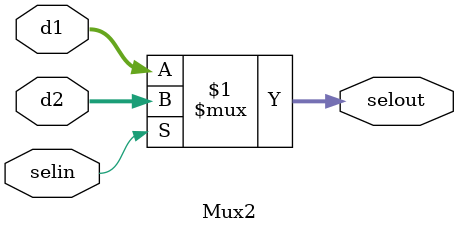
<source format=sv>
/*
This modules implements a mux that receives  two data signals, an input selector and outputs the signal that was selected 
*/

module Mux2 #(parameter bus = 32) (input logic [bus-1:0] d1,d2,input logic selin,output logic [bus-1:0] selout);

	assign selout = selin? d2:d1;
	
endmodule
</source>
